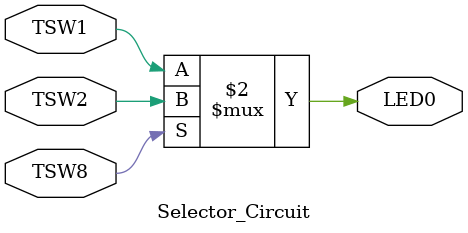
<source format=v>
module Selector_Circuit(TSW1, TSW2, TSW8, LED0);

	input TSW1, TSW2, TSW8;
	output LED0;
	
	assign LED0 = (TSW8 == 1) ? TSW2 : TSW1;

endmodule

</source>
